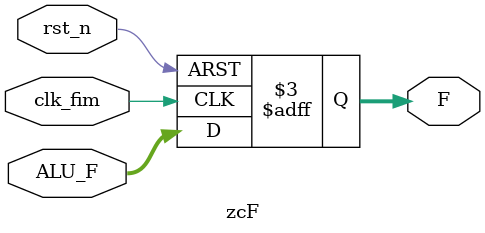
<source format=v>
`timescale 1ns / 1ps


module zcF(rst_n,ALU_F,clk_fim,F);//FÔÝ´æÆ÷
   input rst_n;
   input [31:0]ALU_F;
   input clk_fim;
   output reg [31:0]F;
   always@(negedge rst_n or posedge clk_fim)
   begin 
      if(!rst_n)
         F<=32'b0;
      else
         F<=ALU_F;
   end
endmodule  

</source>
